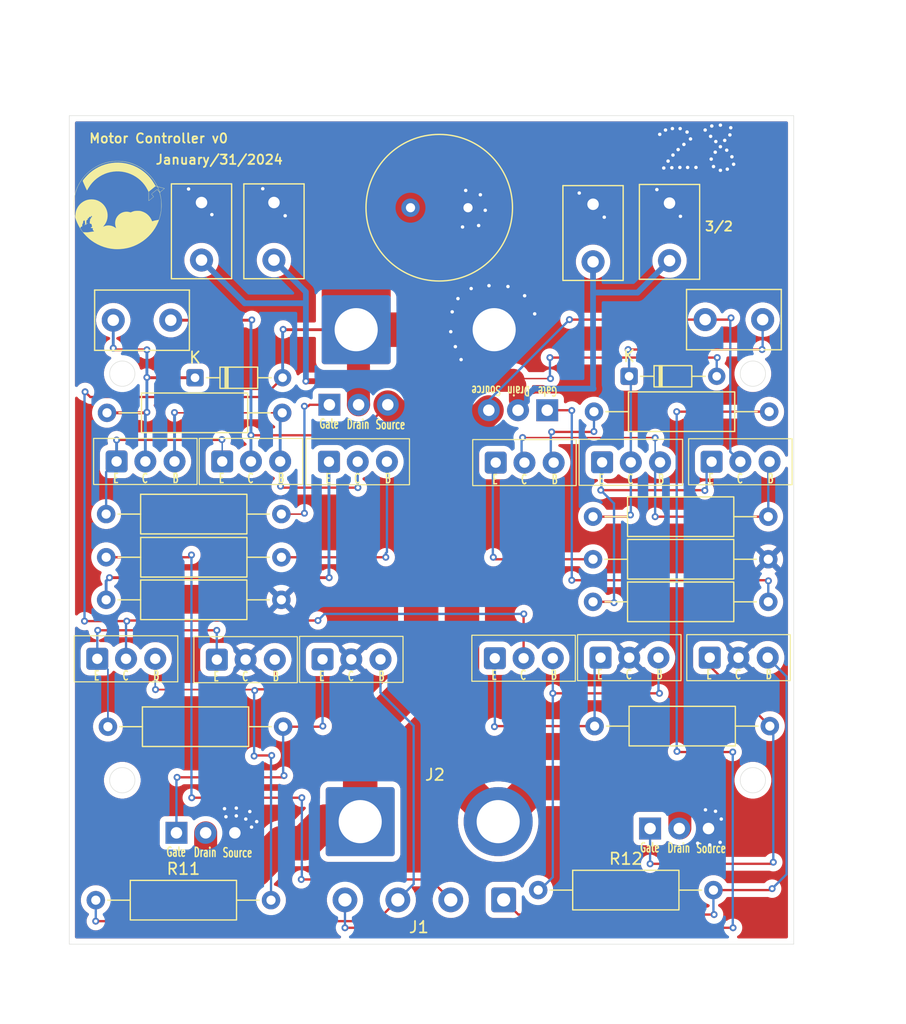
<source format=kicad_pcb>
(kicad_pcb (version 20241229) (generator "pcbnew") (generator_version "9.0")
  (layers (0 "F.Cu" signal "Front") (4 "In1.Cu" signal) (6 "In2.Cu" signal) (2 "B.Cu" signal "Back") (13 "F.Paste" user) (15 "B.Paste" user) (5 "F.SilkS" user) (7 "B.SilkS" user) (1 "F.Mask" user) (3 "B.Mask" user) (25 "Edge.Cuts" user))
  (net 0 "")
  (net 1 "/M1")
  (net 2 "Net-(D1-K)")
  (net 3 "/M2")
  (net 4 "Net-(D2-K)")
  (net 5 "+24V")
  (net 6 "/Vb_L")
  (net 7 "/Vb")
  (net 8 "/Vf_L")
  (net 9 "/Vf")
  (net 10 "GND")
  (net 11 "Net-(Q1-G)")
  (net 12 "Net-(Q2-G)")
  (net 13 "Net-(Q13-E)")
  (net 14 "Net-(Q16-E)")
  (net 15 "Net-(Q5-E)")
  (net 16 "Net-(Q5-B)")
  (net 17 "Net-(Q7-E)")
  (net 18 "Net-(Q7-B)")
  (net 19 "Net-(Q10-B)")
  (net 20 "Net-(Q8-B)")
  (net 21 "Net-(Q8-E)")
  (net 22 "Net-(Q10-E)")
  (net 23 "Net-(Q11-E)")
  (net 24 "Net-(Q14-E)")
  (net 25 "Net-(Q11-B)")
  (net 26 "Net-(Q14-B)")
  (footprint "Resistor_THT:R_Axial_DIN0309_L9.0mm_D3.2mm_P15.24mm_Horizontal" (layer "F.Cu") (at 122.36 76.1)
    (property "Reference" "R9" (hide yes))
    (property "Value" "10")
  )
  (footprint "Resistor_THT:R_Axial_DIN0309_L9.0mm_D3.2mm_P15.24mm_Horizontal" (layer "F.Cu") (at 164.55 61.55)
    (property "Reference" "R7" (hide yes))
    (property "Value" "100")
  )
  (footprint "Resistor_THT:R_Axial_DIN0309_L9.0mm_D3.2mm_P15.24mm_Horizontal" (layer "F.Cu") (at 164.55 65.25)
    (property "Reference" "R8" (hide yes))
    (property "Value" "10")
  )
  (footprint "IRLZ44N:Transistor" (layer "F.Cu") (at 125.615 53.05)
    (property "Reference" "Q5" (hide yes))
    (property "Value" "NPN")
  )
  (footprint "IRLZ44N:Transistor" (layer "F.Cu") (at 177.2 70.1)
    (property "Reference" "Q16" (hide yes))
    (property "Value" "PNP")
  )
  (footprint "Capacitor_THT:C_Disc_D8.0mm_W5.0mm_P5.00mm" (layer "F.Cu") (at 171.2 30.6 -90)
    (property "Reference" "C7" (hide yes))
    (property "Value" "4.7uF")
  )
  (footprint "Resistor_THT:R_Axial_DIN0309_L9.0mm_D3.2mm_P15.24mm_Horizontal" (layer "F.Cu") (at 164.55 57.85)
    (property "Reference" "R6" (hide yes))
    (property "Value" "2k")
  )
  (footprint "IRLZ44N:Transistor" (layer "F.Cu") (at 167.7 70.1)
    (property "Reference" "Q15" (hide yes))
    (property "Value" "PNP")
  )
  (footprint "IRLZ44N:Transistor" (layer "F.Cu") (at 167.835 53.125)
    (property "Reference" "Q9" (hide yes))
    (property "Value" "NPN")
  )
  (footprint "IRLZ44N:Transistor" (layer "F.Cu") (at 134.335 70.275)
    (property "Reference" "Q12" (hide yes))
    (property "Value" "PNP")
  )
  (footprint "Capacitor_THT:C_Disc_D8.0mm_W5.0mm_P5.00mm" (layer "F.Cu") (at 130.5 30.55 -90)
    (property "Reference" "C5" (hide yes))
    (property "Value" "100n")
  )
  (footprint "Capacitor_THT:C_Disc_D8.0mm_W5.0mm_P5.00mm" (layer "F.Cu") (at 136.8 35.55 90)
    (property "Reference" "C4" (hide yes))
    (property "Value" "100n")
  )
  (footprint "IRLZ44N:Transistor" (layer "F.Cu") (at 134.8 53.05)
    (property "Reference" "Q6" (hide yes))
    (property "Value" "PNP")
  )
  (footprint "IRLZ44N:MOSFET" (layer "F.Cu") (at 172.05 84.95)
    (property "Reference" "Q4" (hide yes))
    (property "Value" "NMOS")
  )
  (footprint "Resistor_THT:R_Axial_DIN0309_L9.0mm_D3.2mm_P15.24mm_Horizontal" (layer "F.Cu") (at 179.87 48.725 180)
    (property "Reference" "R5" (hide yes))
    (property "Value" "1k")
  )
  (footprint "IRLZ44N:Transistor" (layer "F.Cu") (at 123.935 70.2)
    (property "Reference" "Q11" (hide yes))
    (property "Value" "NPN")
  )
  (footprint "IRLZ44N:MOSFET" (layer "F.Cu") (at 130.86 85.325)
    (property "Reference" "Q3" (hide yes))
    (property "Value" "NMOS")
  )
  (footprint "IRLZ44N:MOSFET" (layer "F.Cu") (at 144.16 48.125)
    (property "Reference" "Q1" (hide yes))
    (property "Value" "NMOS")
  )
  (footprint "Capacitor_THT:C_Disc_D8.0mm_W5.0mm_P5.00mm" (layer "F.Cu") (at 179.3 40.725 180)
    (property "Reference" "C2" (hide yes))
    (property "Value" "100n")
  )
  (footprint "IRLZ44N:Transistor" (layer "F.Cu") (at 143.525 70.25)
    (property "Reference" "Q13" (hide yes))
    (property "Value" "PNP")
  )
  (footprint "Connector_Wire:SolderWire-4sqmm_1x02_P12mm_D3mm_OD6mm" (layer "F.Cu") (at 143.95 41.6)
    (property "Reference" "J3" (hide yes))
    (property "Value" "Conn_01x02")
  )
  (footprint "Resistor_THT:R_Axial_DIN0309_L9.0mm_D3.2mm_P15.24mm_Horizontal" (layer "F.Cu") (at 122.205 57.625)
    (property "Reference" "R2" (hide yes))
    (property "Value" "10")
  )
  (footprint "IRLZ44N:Transistor" (layer "F.Cu") (at 158.585 53.15)
    (property "Reference" "Q8" (hide yes))
    (property "Value" "NPN")
  )
  (footprint "Resistor_THT:R_Axial_DIN0309_L9.0mm_D3.2mm_P15.24mm_Horizontal" (layer "F.Cu") (at 122.21 61.375)
    (property "Reference" "R3" (hide yes))
    (property "Value" "1k")
  )
  (footprint "Connector_Wire:SolderWire-0.5sqmm_1x04_P4.6mm_D0.9mm_OD2.1mm" (layer "F.Cu") (at 156.775 91.15 180)
    (property "Reference" "J1")
    (property "Value" "Conn_01x04")
  )
  (footprint "LOGO" (layer "F.Cu") (at 123.875 30.325)
    (property "Reference" "G***" (hide yes))
    (property "Value" "LOGO" (hide yes))
  )
  (footprint "Diode_THT:D_DO-34_SOD68_P7.62mm_Horizontal" (layer "F.Cu") (at 167.685 45.65)
    (property "Reference" "D2" (hide yes))
    (property "Value" "D")
  )
  (footprint "Capacitor_THT:C_Disc_D8.0mm_W5.0mm_P5.00mm" (layer "F.Cu") (at 164.55 35.7 90)
    (property "Reference" "C6" (hide yes))
    (property "Value" "4.7uF")
  )
  (footprint "Capacitor_THT:C_Radial_D12.5mm_H25.0mm_P5.00mm" (layer "F.Cu") (at 148.675 31)
    (property "Reference" "C3" (hide yes))
    (property "Value" "470uF")
  )
  (footprint "IRLZ44N:Transistor" (layer "F.Cu") (at 158.51 70.15)
    (property "Reference" "Q14" (hide yes))
    (property "Value" "NPN")
  )
  (footprint "Resistor_THT:R_Axial_DIN0309_L9.0mm_D3.2mm_P15.24mm_Horizontal" (layer "F.Cu") (at 122.28 48.825)
    (property "Reference" "R1" (hide yes))
    (property "Value" "2k")
  )
  (footprint "Connector_Wire:SolderWire-4sqmm_1x02_P12mm_D3mm_OD6mm" (layer "F.Cu") (at 144.3 84.35)
    (property "Reference" "J2")
    (property "Value" "Conn_01x02")
  )
  (footprint "Diode_THT:D_DO-34_SOD68_P7.62mm_Horizontal" (layer "F.Cu") (at 129.935 45.775)
    (property "Reference" "D1" (hide yes))
    (property "Value" "D")
  )
  (footprint "Resistor_THT:R_Axial_DIN0309_L9.0mm_D3.2mm_P15.24mm_Horizontal" (layer "F.Cu") (at 164.685 76.05)
    (property "Reference" "R10" (hide yes))
    (property "Value" "10")
  )
  (footprint "IRLZ44N:Transistor" (layer "F.Cu") (at 177.36 53.075)
    (property "Reference" "Q10" (hide yes))
    (property "Value" "PNP")
  )
  (footprint "IRLZ44N:Transistor" (layer "F.Cu") (at 144.085 53.075)
    (property "Reference" "Q7" (hide yes))
    (property "Value" "NPN")
  )
  (footprint "Resistor_THT:R_Axial_DIN0309_L9.0mm_D3.2mm_P15.24mm_Horizontal" (layer "F.Cu") (at 122.205 65.075)
    (property "Reference" "R4" (hide yes))
    (property "Value" "100")
  )
  (footprint "IRLZ44N:MOSFET" (layer "F.Cu") (at 158.025 48.6 180)
    (property "Reference" "Q2" (hide yes))
    (property "Value" "NMOS")
  )
  (footprint "Capacitor_THT:C_Disc_D8.0mm_W5.0mm_P5.00mm" (layer "F.Cu") (at 122.825 40.775)
    (property "Reference" "C1" (hide yes))
    (property "Value" "100n")
  )
  (footprint "Resistor_THT:R_Axial_DIN0309_L9.0mm_D3.2mm_P15.24mm_Horizontal" (layer "F.Cu") (at 159.78 90.3)
    (property "Reference" "R12")
    (property "Value" "1k")
  )
  (footprint "Resistor_THT:R_Axial_DIN0309_L9.0mm_D3.2mm_P15.24mm_Horizontal" (layer "F.Cu") (at 121.305 91.175)
    (property "Reference" "R11")
    (property "Value" "1k")
  )
  (gr_line (start 119 23) (end 119 95) (stroke (width 0.0381)) (layer "Edge.Cuts"))
  (gr_line (start 182 95) (end 182 23) (stroke (width 0.0381)) (layer "Edge.Cuts"))
  (gr_circle (center 123.61 80.75) (end 124.71 80.75) (stroke (width 0.0381)) (fill no) (layer "Edge.Cuts"))
  (gr_line (start 182 23) (end 119 23) (stroke (width 0.0381)) (layer "Edge.Cuts"))
  (gr_circle (center 178.45 80.75) (end 179.55 80.75) (stroke (width 0.0381)) (fill no) (layer "Edge.Cuts"))
  (gr_circle (center 178.45 45.42) (end 179.55 45.42) (stroke (width 0.0381)) (fill no) (layer "Edge.Cuts"))
  (gr_line (start 119 95) (end 182 95) (stroke (width 0.0381)) (layer "Edge.Cuts"))
  (gr_circle (center 123.61 45.42) (end 124.71 45.42) (stroke (width 0.0381)) (fill no) (layer "Edge.Cuts"))
  (gr_text "January/31/2024" (at 126.425 27.3 0) (layer "F.SilkS") (effects (font (size 0.8128 0.8128) (thickness 0.1524) (bold yes)) (justify left bottom)))
  (gr_text "Motor Controller v0" (at 120.65 25.45 0) (layer "F.SilkS") (effects (font (size 0.8128 0.8128) (thickness 0.1524) (bold yes)) (justify left bottom)))
  (gr_text "3/2\n" (at 174.2 33.1 0) (layer "F.SilkS") (effects (font (size 0.8128 0.8128) (thickness 0.1524) (bold yes)) (justify left bottom)))
  (segment (start 146.7 48.125) (end 149.575 51) (width 2.5) (layer "F.Cu") (net 1))
  (segment (start 144.3 77.125) (end 144.3 84.35) (width 3) (layer "F.Cu") (net 1))
  (segment (start 127.825 40.775) (end 134.85 40.775) (width 0.25) (layer "F.Cu") (net 1))
  (segment (start 144.05 50.775) (end 146.7 48.125) (width 0.2) (layer "F.Cu") (net 1))
  (segment (start 130.86 85.325) (end 130.86 88.39) (width 2) (layer "F.Cu") (net 1))
  (segment (start 134.8 50.775) (end 144.05 50.775) (width 0.2) (layer "F.Cu") (net 1))
  (segment (start 149.575 51) (end 149.6 51.025) (width 3) (layer "F.Cu") (net 1))
  (segment (start 137.475 86.225) (end 135.175 88.525) (width 3) (layer "F.Cu") (net 1))
  (segment (start 139.4 86.225) (end 137.475 86.225) (width 3) (layer "F.Cu") (net 1))
  (segment (start 141.275 84.35) (end 139.4 86.225) (width 3) (layer "F.Cu") (net 1))
  (segment (start 130.85 88.4) (end 130.975 88.525) (width 0.15) (layer "F.Cu") (net 1))
  (segment (start 135.175 88.525) (end 130.975 88.525) (width 3) (layer "F.Cu") (net 1))
  (segment (start 149.6 71.825) (end 144.3 77.125) (width 3) (layer "F.Cu") (net 1))
  (segment (start 130.86 88.39) (end 130.85 88.4) (width 0.15) (layer "F.Cu") (net 1))
  (segment (start 149.6 51.025) (end 149.6 71.825) (width 3) (layer "F.Cu") (net 1))
  (segment (start 134.85 40.775) (end 134.875 40.75) (width 0.127) (layer "F.Cu") (net 1))
  (segment (start 144.3 84.35) (end 141.275 84.35) (width 3) (layer "F.Cu") (net 1))
  (via (at 134.8 50.775) (size 0.6) (drill 0.3) (layers "F.Cu" "B.Cu") (net 1))
  (via (at 134.875 40.75) (size 0.6) (drill 0.3) (layers "F.Cu" "B.Cu") (net 1))
  (segment (start 134.875 40.75) (end 134.8 40.825) (width 0.127) (layer "B.Cu") (net 1))
  (segment (start 134.8 40.825) (end 134.8 53.05) (width 0.25) (layer "B.Cu") (net 1))
  (segment (start 125.75 48.775) (end 125.7 48.825) (width 0.127) (layer "F.Cu") (net 2))
  (segment (start 122.825 43.2) (end 122.975 43.35) (width 0.127) (layer "F.Cu") (net 2))
  (segment (start 129.935 45.775) (end 125.775 45.775) (width 0.25) (layer "F.Cu") (net 2))
  (segment (start 125.775 45.775) (end 125.75 45.75) (width 0.127) (layer "F.Cu") (net 2))
  (segment (start 125.7 48.825) (end 122.28 48.825) (width 0.25) (layer "F.Cu") (net 2))
  (segment (start 122.975 43.35) (end 125.75 43.35) (width 0.25) (layer "F.Cu") (net 2))
  (via (at 125.75 48.775) (size 0.6) (drill 0.3) (layers "F.Cu" "B.Cu") (net 2))
  (via (at 125.75 43.35) (size 0.6) (drill 0.3) (layers "F.Cu" "B.Cu") (net 2))
  (via (at 125.75 45.75) (size 0.6) (drill 0.3) (layers "F.Cu" "B.Cu") (net 2))
  (via (at 122.825 43.2) (size 0.6) (drill 0.3) (layers "F.Cu" "B.Cu") (net 2))
  (segment (start 125.615 53.05) (end 125.615 48.91) (width 0.25) (layer "B.Cu") (net 2))
  (segment (start 125.615 48.91) (end 125.75 48.775) (width 0.127) (layer "B.Cu") (net 2))
  (segment (start 122.825 40.775) (end 122.825 43.2) (width 0.25) (layer "B.Cu") (net 2))
  (segment (start 125.75 45.75) (end 125.75 48.775) (width 0.25) (layer "B.Cu") (net 2))
  (segment (start 125.75 43.35) (end 125.75 45.75) (width 0.25) (layer "B.Cu") (net 2))
  (segment (start 153.1 50.985) (end 153.15 51.035) (width 3) (layer "F.Cu") (net 3))
  (segment (start 153.1 81.15) (end 156.3 84.35) (width 3) (layer "F.Cu") (net 3))
  (segment (start 159.65 81) (end 172.1 81) (width 3) (layer "F.Cu") (net 3))
  (segment (start 155.485 48.6) (end 153.1 50.985) (width 2.6) (layer "F.Cu") (net 3))
  (segment (start 174.3 40.725) (end 162.5 40.725) (width 0.2) (layer "F.Cu") (net 3))
  (segment (start 156.3 84.35) (end 159.65 81) (width 3) (layer "F.Cu") (net 3))
  (segment (start 153.15 81.1) (end 153.1 81.15) (width 3) (layer "F.Cu") (net 3))
  (segment (start 172.1 81) (end 172.1 84.9) (width 2) (layer "F.Cu") (net 3))
  (segment (start 172.1 84.9) (end 172.05 84.95) (width 0.127) (layer "F.Cu") (net 3))
  (segment (start 176.4 40.725) (end 174.3 40.725) (width 0.2) (layer "F.Cu") (net 3))
  (segment (start 176.55 40.575) (end 176.4 40.725) (width 0.127) (layer "F.Cu") (net 3))
  (segment (start 153.15 51.035) (end 153.15 81.1) (width 3) (layer "F.Cu") (net 3))
  (via (at 176.55 40.575) (size 0.6) (drill 0.3) (layers "F.Cu" "B.Cu") (net 3))
  (via (at 162.5 40.725) (size 0.6) (drill 0.3) (layers "F.Cu" "B.Cu") (net 3))
  (segment (start 162.5 40.725) (end 155.485 47.74) (width 0.2) (layer "B.Cu") (net 3))
  (segment (start 176.485 52.2) (end 176.485 40.64) (width 0.2) (layer "B.Cu") (net 3))
  (segment (start 176.485 40.64) (end 176.55 40.575) (width 0.127) (layer "B.Cu") (net 3))
  (segment (start 155.485 47.74) (end 155.485 48.6) (width 0.2) (layer "B.Cu") (net 3))
  (segment (start 177.36 53.075) (end 176.485 52.2) (width 0.2) (layer "B.Cu") (net 3))
  (segment (start 167.65 57.85) (end 164.55 57.85) (width 0.2) (layer "F.Cu") (net 4))
  (segment (start 179.25 43.325) (end 167.6 43.325) (width 0.2) (layer "F.Cu") (net 4))
  (segment (start 167.8 57.7) (end 167.65 57.85) (width 0.2) (layer "F.Cu") (net 4))
  (via (at 167.6 43.325) (size 0.6) (drill 0.3) (layers "F.Cu" "B.Cu") (net 4))
  (via (at 179.25 43.325) (size 0.6) (drill 0.3) (layers "F.Cu" "B.Cu") (net 4))
  (via (at 167.8 57.7) (size 0.6) (drill 0.3) (layers "F.Cu" "B.Cu") (net 4))
  (segment (start 167.81 53.1) (end 167.835 53.125) (width 0.2) (layer "B.Cu") (net 4))
  (segment (start 167.835 53.125) (end 167.835 57.665) (width 0.2) (layer "B.Cu") (net 4))
  (segment (start 179.3 40.725) (end 179.3 43.275) (width 0.2) (layer "B.Cu") (net 4))
  (segment (start 167.835 53.125) (end 167.835 45.8) (width 0.2) (layer "B.Cu") (net 4))
  (segment (start 167.835 57.665) (end 167.8 57.7) (width 0.2) (layer "B.Cu") (net 4))
  (segment (start 167.6 43.325) (end 167.685 43.41) (width 0.127) (layer "B.Cu") (net 4))
  (segment (start 167.835 45.8) (end 167.685 45.65) (width 0.127) (layer "B.Cu") (net 4))
  (segment (start 167.685 43.41) (end 167.685 45.65) (width 0.2) (layer "B.Cu") (net 4))
  (segment (start 167.41 53.1) (end 167.81 53.1) (width 0.2) (layer "B.Cu") (net 4))
  (segment (start 179.3 43.275) (end 179.25 43.325) (width 0.127) (layer "B.Cu") (net 4))
  (segment (start 124 66.925) (end 120.325 66.925) (width 0.2) (layer "F.Cu") (net 5))
  (segment (start 158.51 66.315) (end 158.525 66.3) (width 0.15) (layer "F.Cu") (net 5))
  (segment (start 144.15 48.115) (end 144.16 48.125) (width 2) (layer "F.Cu") (net 5))
  (segment (start 148.925 46) (end 148.925 42.2) (width 2.7) (layer "F.Cu") (net 5))
  (segment (start 120.825 47.45) (end 120.375 47) (width 0.2) (layer "F.Cu") (net 5))
  (segment (start 157.985 46.385) (end 157.6 46) (width 1.5) (layer "F.Cu") (net 5))
  (segment (start 157.75 45.85) (end 157.6 46) (width 0.127) (layer "F.Cu") (net 5))
  (segment (start 143.95 30.975) (end 143.95 41.6) (width 6) (layer "F.Cu") (net 5))
  (segment (start 143.95 41.6) (end 144.15 41.8) (width 2) (layer "F.Cu") (net 5))
  (segment (start 144.15 46.65) (end 144.15 48.115) (width 2) (layer "F.Cu") (net 5))
  (segment (start 137.625 41.6) (end 137.6 41.575) (width 0.127) (layer "F.Cu") (net 5))
  (segment (start 140.625 66.875) (end 124.05 66.875) (width 0.2) (layer "F.Cu") (net 5))
  (segment (start 144.15 45.6) (end 144.15 46.65) (width 2) (layer "F.Cu") (net 5))
  (segment (start 139.575 46.075) (end 143.575 46.075) (width 0.5) (layer "F.Cu") (net 5))
  (segment (start 160.85 45.85) (end 157.75 45.85) (width 0.127) (layer "F.Cu") (net 5))
  (segment (start 135.88 47.45) (end 120.825 47.45) (width 0.2) (layer "F.Cu") (net 5))
  (segment (start 137.555 45.775) (end 135.88 47.45) (width 0.2) (layer "F.Cu") (net 5))
  (segment (start 157.985 47.725) (end 157.985 46.385) (width 1.5) (layer "F.Cu") (net 5))
  (segment (start 143.575 46.075) (end 144.15 46.65) (width 0.15) (layer "F.Cu") (net 5))
  (segment (start 143.95 41.6) (end 137.625 41.6) (width 0.25) (layer "F.Cu") (net 5))
  (segment (start 144.15 41.8) (end 144.15 45.6) (width 2) (layer "F.Cu") (net 5))
  (segment (start 148.325 41.6) (end 143.95 41.6) (width 3) (layer "F.Cu") (net 5))
  (segment (start 158.51 70.15) (end 158.51 66.315) (width 0.2) (layer "F.Cu") (net 5))
  (segment (start 148.675 31) (end 143.975 31) (width 6) (layer "F.Cu") (net 5))
  (segment (start 157.6 46) (end 148.925 46) (width 2) (layer "F.Cu") (net 5))
  (segment (start 175.35 44.025) (end 160.8 44.025) (width 0.2) (layer "F.Cu") (net 5))
  (segment (start 120.375 47) (end 120.471 47.096) (width 0.15) (layer "F.Cu") (net 5))
  (segment (start 124.05 66.875) (end 124 66.925) (width 0.15) (layer "F.Cu") (net 5))
  (segment (start 148.925 42.2) (end 148.325 41.6) (width 3) (layer "F.Cu") (net 5))
  (segment (start 143.975 31) (end 143.95 30.975) (width 0.15) (layer "F.Cu") (net 5))
  (via (at 175.35 44.025) (size 0.6) (drill 0.3) (layers "F.Cu" "B.Cu") (net 5))
  (via (at 158.525 66.3) (size 0.6) (drill 0.3) (layers "F.Cu" "B.Cu") (net 5))
  (via (at 120.375 47) (size 0.6) (drill 0.3) (layers "F.Cu" "B.Cu") (net 5))
  (via (at 160.8 44.025) (size 0.6) (drill 0.3) (layers "F.Cu" "B.Cu") (net 5))
  (via (at 140.625 66.875) (size 0.6) (drill 0.3) (layers "F.Cu" "B.Cu") (net 5))
  (via (at 139.575 46.075) (size 0.6) (drill 0.3) (layers "F.Cu" "B.Cu") (net 5))
  (via (at 124 66.925) (size 0.6) (drill 0.3) (layers "F.Cu" "B.Cu") (net 5))
  (via (at 137.6 41.575) (size 0.6) (drill 0.3) (layers "F.Cu" "B.Cu") (net 5))
  (via (at 120.325 66.925) (size 0.6) (drill 0.3) (layers "F.Cu" "B.Cu") (net 5))
  (via (at 160.85 45.85) (size 0.6) (drill 0.3) (layers "F.Cu" "B.Cu") (net 5))
  (segment (start 164.55 38.375) (end 164.55 46.675) (width 0.5) (layer "B.Cu") (net 5))
  (segment (start 141.2 66.3) (end 140.625 66.875) (width 0.2) (layer "B.Cu") (net 5))
  (segment (start 175.305 45.65) (end 175.305 44.07) (width 0.2) (layer "B.Cu") (net 5))
  (segment (start 120.325 47.05) (end 120.375 47) (width 0.15) (layer "B.Cu") (net 5))
  (segment (start 139.575 39.3) (end 139.575 46.075) (width 0.5) (layer "B.Cu") (net 5))
  (segment (start 160.8 45.8) (end 160.85 45.85) (width 0.127) (layer "B.Cu") (net 5))
  (segment (start 158.525 66.3) (end 141.2 66.3) (width 0.2) (layer "B.Cu") (net 5))
  (segment (start 130.5 35.55) (end 134.25 39.3) (width 0.5) (layer "B.Cu") (net 5))
  (segment (start 164.55 35.7) (end 164.55 38.375) (width 0.5) (layer "B.Cu") (net 5))
  (segment (start 168.425 38.375) (end 164.55 38.375) (width 0.5) (layer "B.Cu") (net 5))
  (segment (start 158.8 47.35) (end 158.8 47.825) (width 0.5) (layer "B.Cu") (net 5))
  (segment (start 139.575 38.325) (end 139.575 39.3) (width 0.5) (layer "B.Cu") (net 5))
  (segment (start 159.525 46.725) (end 159.475 46.675) (width 0.15) (layer "B.Cu") (net 5))
  (segment (start 175.305 44.07) (end 175.35 44.025) (width 0.127) (layer "B.Cu") (net 5))
  (segment (start 164.6 46.725) (end 159.525 46.725) (width 0.5) (layer "B.Cu") (net 5))
  (segment (start 134.25 39.3) (end 139.575 39.3) (width 0.5) (layer "B.Cu") (net 5))
  (segment (start 137.555 41.62) (end 137.555 45.775) (width 0.25) (layer "B.Cu") (net 5))
  (segment (start 171.2 35.6) (end 168.425 38.375) (width 0.5) (layer "B.Cu") (net 5))
  (segment (start 120.325 66.925) (end 120.325 47.05) (width 0.2) (layer "B.Cu") (net 5))
  (segment (start 137.6 41.575) (end 137.555 41.62) (width 0.127) (layer "B.Cu") (net 5))
  (segment (start 123.935 66.99) (end 124 66.925) (width 0.15) (layer "B.Cu") (net 5))
  (segment (start 164.55 46.675) (end 164.6 46.725) (width 0.15) (layer "B.Cu") (net 5))
  (segment (start 123.935 70.2) (end 123.935 66.99) (width 0.2) (layer "B.Cu") (net 5))
  (segment (start 136.8 35.55) (end 139.575 38.325) (width 0.5) (layer "B.Cu") (net 5))
  (segment (start 159.475 46.675) (end 158.8 47.35) (width 0.5) (layer "B.Cu") (net 5))
  (segment (start 158.8 47.825) (end 158.025 48.6) (width 0.5) (layer "B.Cu") (net 5))
  (segment (start 160.8 44.025) (end 160.8 45.8) (width 0.2) (layer "B.Cu") (net 5))
  (segment (start 179.87 48.725) (end 171.825 48.725) (width 0.2) (layer "F.Cu") (net 6))
  (segment (start 176.725 93.575) (end 142.9 93.575) (width 0.2) (layer "F.Cu") (net 6))
  (segment (start 171.9 78.3) (end 176.7 78.3) (width 0.2) (layer "F.Cu") (net 6))
  (segment (start 171.85 78.25) (end 171.9 78.3) (width 0.127) (layer "F.Cu") (net 6))
  (segment (start 142.9 93.575) (end 142.975 93.575) (width 0.127) (layer "F.Cu") (net 6))
  (via (at 176.725 93.575) (size 0.6) (drill 0.3) (layers "F.Cu" "B.Cu") (net 6))
  (via (at 176.7 78.3) (size 0.6) (drill 0.3) (layers "F.Cu" "B.Cu") (net 6))
  (via (at 142.975 93.575) (size 0.6) (drill 0.3) (layers "F.Cu" "B.Cu") (net 6))
  (via (at 171.825 48.725) (size 0.6) (drill 0.3) (layers "F.Cu" "B.Cu") (net 6))
  (via (at 171.85 78.25) (size 0.6) (drill 0.3) (layers "F.Cu" "B.Cu") (net 6))
  (segment (start 176.7 93.55) (end 176.725 93.575) (width 0.127) (layer "B.Cu") (net 6))
  (segment (start 176.7 78.3) (end 176.7 93.55) (width 0.2) (layer "B.Cu") (net 6))
  (segment (start 142.975 93.575) (end 142.975 91.15) (width 0.2) (layer "B.Cu") (net 6))
  (segment (start 171.825 48.725) (end 171.825 78.225) (width 0.2) (layer "B.Cu") (net 6))
  (segment (start 171.825 78.225) (end 171.85 78.25) (width 0.127) (layer "B.Cu") (net 6))
  (segment (start 121.3 93) (end 145.725 93) (width 0.2) (layer "F.Cu") (net 7))
  (segment (start 145.725 93) (end 147.575 91.15) (width 0.2) (layer "F.Cu") (net 7))
  (via (at 121.3 93) (size 0.6) (drill 0.3) (layers "F.Cu" "B.Cu") (net 7))
  (segment (start 121.305 91.175) (end 121.305 92.995) (width 0.2) (layer "B.Cu") (net 7))
  (segment (start 148.95 76.025) (end 148.95 89.775) (width 0.2) (layer "B.Cu") (net 7))
  (segment (start 121.305 92.995) (end 121.3 93) (width 0.15) (layer "B.Cu") (net 7))
  (segment (start 148.95 89.775) (end 147.575 91.15) (width 0.2) (layer "B.Cu") (net 7))
  (segment (start 146.065 70.25) (end 146.065 73.14) (width 0.2) (layer "B.Cu") (net 7))
  (segment (start 146.065 73.14) (end 148.95 76.025) (width 0.2) (layer "B.Cu") (net 7))
  (segment (start 129.65 82.275) (end 139.225 82.275) (width 0.2) (layer "F.Cu") (net 8))
  (segment (start 122.21 61.375) (end 129.425 61.375) (width 0.2) (layer "F.Cu") (net 8))
  (segment (start 139.175 89.375) (end 150.4 89.375) (width 0.2) (layer "F.Cu") (net 8))
  (segment (start 150.4 89.375) (end 152.175 91.15) (width 0.2) (layer "F.Cu") (net 8))
  (segment (start 129.425 61.375) (end 129.625 61.175) (width 0.2) (layer "F.Cu") (net 8))
  (via (at 129.65 82.275) (size 0.6) (drill 0.3) (layers "F.Cu" "B.Cu") (net 8))
  (via (at 139.175 89.375) (size 0.6) (drill 0.3) (layers "F.Cu" "B.Cu") (net 8))
  (via (at 139.225 82.275) (size 0.6) (drill 0.3) (layers "F.Cu" "B.Cu") (net 8))
  (via (at 129.625 61.175) (size 0.6) (drill 0.3) (layers "F.Cu" "B.Cu") (net 8))
  (segment (start 139.225 82.275) (end 139.225 89.325) (width 0.2) (layer "B.Cu") (net 8))
  (segment (start 139.225 89.325) (end 139.175 89.375) (width 0.127) (layer "B.Cu") (net 8))
  (segment (start 129.625 82.25) (end 129.65 82.275) (width 0.127) (layer "B.Cu") (net 8))
  (segment (start 129.625 61.175) (end 129.625 82.25) (width 0.2) (layer "B.Cu") (net 8))
  (segment (start 158.05 92.425) (end 175.075 92.425) (width 0.2) (layer "F.Cu") (net 9))
  (segment (start 180 90.3) (end 180.125 90.175) (width 0.2) (layer "F.Cu") (net 9))
  (segment (start 156.775 91.15) (end 158.05 92.425) (width 0.2) (layer "F.Cu") (net 9))
  (segment (start 175.02 90.3) (end 180 90.3) (width 0.2) (layer "F.Cu") (net 9))
  (via (at 175.075 92.425) (size 0.6) (drill 0.3) (layers "F.Cu" "B.Cu") (net 9))
  (via (at 180.125 90.175) (size 0.6) (drill 0.3) (layers "F.Cu" "B.Cu") (net 9))
  (segment (start 181.375 88.925) (end 181.375 71.735) (width 0.2) (layer "B.Cu") (net 9))
  (segment (start 175.075 92.425) (end 175.02 92.37) (width 0.15) (layer "B.Cu") (net 9))
  (segment (start 181.375 71.735) (end 179.74 70.1) (width 0.2) (layer "B.Cu") (net 9))
  (segment (start 175.02 92.37) (end 175.02 90.3) (width 0.2) (layer "B.Cu") (net 9))
  (segment (start 180.125 90.175) (end 181.375 88.925) (width 0.2) (layer "B.Cu") (net 9))
  (via (at 172.15 31.75) (size 0.6) (drill 0.3) (layers "F.Cu" "B.Cu") (net 10))
  (via (at 135.3 84.35) (size 0.6) (drill 0.3) (layers "F.Cu" "B.Cu") (net 10))
  (via (at 155.175 31.225) (size 0.6) (drill 0.3) (layers "F.Cu" "B.Cu") (net 10))
  (via (at 155.5 37.775) (size 0.6) (drill 0.3) (layers "F.Cu" "B.Cu") (net 10))
  (via (at 170.1 29.425) (size 0.6) (drill 0.3) (layers "F.Cu" "B.Cu") (net 10))
  (via (at 174.7 86.375) (size 0.6) (drill 0.3) (layers "F.Cu" "B.Cu") (net 10))
  (via (at 170.7 27.55) (size 0.6) (drill 0.3) (layers "F.Cu" "B.Cu") (net 10))
  (via (at 171.4 27.525) (size 0.6) (drill 0.3) (layers "F.Cu" "B.Cu") (net 10))
  (via (at 172.45 25.5) (size 0.6) (drill 0.3) (layers "F.Cu" "B.Cu") (net 10))
  (via (at 174.3 24.25) (size 0.6) (drill 0.3) (layers "F.Cu" "B.Cu") (net 10))
  (via (at 172.125 24.125) (size 0.6) (drill 0.3) (layers "F.Cu" "B.Cu") (net 10))
  (via (at 153.075 44.2) (size 0.6) (drill 0.3) (layers "F.Cu" "B.Cu") (net 10))
  (via (at 171.45 24.125) (size 0.6) (drill 0.3) (layers "F.Cu" "B.Cu") (net 10))
  (via (at 159.475 40.225) (size 0.6) (drill 0.3) (layers "F.Cu" "B.Cu") (net 10))
  (via (at 176.625 26.575) (size 0.6) (drill 0.3) (layers "F.Cu" "B.Cu") (net 10))
  (via (at 133.525 83.85) (size 0.6) (drill 0.3) (layers "F.Cu" "B.Cu") (net 10))
  (via (at 171.075 26.95) (size 0.6) (drill 0.3) (layers "F.Cu" "B.Cu") (net 10))
  (via (at 176.175 26) (size 0.6) (drill 0.3) (layers "F.Cu" "B.Cu") (net 10))
  (via (at 174.875 23.9) (size 0.6) (drill 0.3) (layers "F.Cu" "B.Cu") (net 10))
  (via (at 134.35 84.125) (size 0.6) (drill 0.3) (layers "F.Cu" "B.Cu") (net 10))
  (via (at 173.65 86.225) (size 0.6) (drill 0.3) (layers "F.Cu" "B.Cu") (net 10))
  (via (at 175.625 27.75) (size 0.6) (drill 0.3) (layers "F.Cu" "B.Cu") (net 10))
  (via (at 170.35 24.625) (size 0.6) (drill 0.3) (layers "F.Cu" "B.Cu") (net 10))
  (via (at 170.85 24.25) (size 0.6) (drill 0.3) (layers "F.Cu" "B.Cu") (net 10))
  (via (at 175.025 27.425) (size 0.6) (drill 0.3) (layers "F.Cu" "B.Cu") (net 10))
  (via (at 153.95 38.025) (size 0.6) (drill 0.3) (layers "F.Cu" "B.Cu") (net 10))
  (via (at 152.575 43.075) (size 0.6) (drill 0.3) (layers "F.Cu" "B.Cu") (net 10))
  (via (at 131.4 31.6) (size 0.6) (drill 0.3) (layers "F.Cu" "B.Cu") (net 10))
  (via (at 129.375 29.375) (size 0.6) (drill 0.3) (layers "F.Cu" "B.Cu") (net 10))
  (via (at 175.6 86.15) (size 0.6) (drill 0.3) (layers "F.Cu" "B.Cu") (net 10))
  (via (at 154.6 32.55) (size 0.6) (drill 0.3) (layers "F.Cu" "B.Cu") (net 10))
  (via (at 176.45 24.675) (size 0.6) (drill 0.3) (layers "F.Cu" "B.Cu") (net 10))
  (via (at 174.325 83.325) (size 0.6) (drill 0.3) (layers "F.Cu" "B.Cu") (net 10))
  (via (at 173.025 25.025) (size 0.6) (drill 0.3) (layers "F.Cu" "B.Cu") (net 10))
  (via (at 175.175 26.175) (size 0.6) (drill 0.3) (layers "F.Cu" "B.Cu") (net 10))
  (via (at 153.2 32.675) (size 0.6) (drill 0.3) (layers "F.Cu" "B.Cu") (net 10))
  (via (at 132.5 83.225) (size 0.6) (drill 0.3) (layers "F.Cu" "B.Cu") (net 10))
  (via (at 176.775 27.225) (size 0.6) (drill 0.3) (layers "F.Cu" "B.Cu") (net 10))
  (via (at 171.5 26.425) (size 0.6) (drill 0.3) (layers "F.Cu" "B.Cu") (net 10))
  (via (at 175.2 83.45) (size 0.6) (drill 0.3) (layers "F.Cu" "B.Cu") (net 10))
  (via (at 175.7 84.125) (size 0.6) (drill 0.3) (layers "F.Cu" "B.Cu") (net 10))
  (via (at 174.825 26.775) (size 0.6) (drill 0.3) (layers "F.Cu" "B.Cu") (net 10))
  (via (at 137.775 31.7) (size 0.6) (drill 0.3) (layers "F.Cu" "B.Cu") (net 10))
  (via (at 176.525 24.05) (size 0.6) (drill 0.3) (layers "F.Cu" "B.Cu") (net 10))
  (via (at 135.825 29.35) (size 0.6) (drill 0.3) (layers "F.Cu" "B.Cu") (net 10))
  (via (at 172.1 27.5) (size 0.6) (drill 0.3) (layers "F.Cu" "B.Cu") (net 10))
  (via (at 133.525 83.175) (size 0.6) (drill 0.3) (layers "F.Cu" "B.Cu") (net 10))
  (via (at 132.625 83.925) (size 0.6) (drill 0.3) (layers "F.Cu" "B.Cu") (net 10))
  (via (at 174.775 24.8) (size 0.6) (drill 0.3) (layers "F.Cu" "B.Cu") (net 10))
  (via (at 176.225 27.65) (size 0.6) (drill 0.3) (layers "F.Cu" "B.Cu") (net 10))
  (via (at 176 25.15) (size 0.6) (drill 0.3) (layers "F.Cu" "B.Cu") (net 10))
  (via (at 175.625 23.825) (size 0.6) (drill 0.3) (layers "F.Cu" "B.Cu") (net 10))
  (via (at 154.75 29.875) (size 0.6) (drill 0.3) (layers "F.Cu" "B.Cu") (net 10))
  (via (at 172.775 27.5) (size 0.6) (drill 0.3) (layers "F.Cu" "B.Cu") (net 10))
  (via (at 153.475 29.5) (size 0.6) (drill 0.3) (layers "F.Cu" "B.Cu") (net 10))
  (via (at 163.35 29.725) (size 0.6) (drill 0.3) (layers "F.Cu" "B.Cu") (net 10))
  (via (at 165.525 31.825) (size 0.6) (drill 0.3) (layers "F.Cu" "B.Cu") (net 10))
  (via (at 171.95 25.95) (size 0.6) (drill 0.3) (layers "F.Cu" "B.Cu") (net 10))
  (via (at 173.5 27.5) (size 0.6) (drill 0.3) (layers "F.Cu" "B.Cu") (net 10))
  (via (at 175.225 25.25) (size 0.6) (drill 0.3) (layers "F.Cu" "B.Cu") (net 10))
  (via (at 134.85 84.825) (size 0.6) (drill 0.3) (layers "F.Cu" "B.Cu") (net 10))
  (via (at 152.8 38.9) (size 0.6) (drill 0.3) (layers "F.Cu" "B.Cu") (net 10))
  (via (at 172.725 24.425) (size 0.6) (drill 0.3) (layers "F.Cu" "B.Cu") (net 10))
  (via (at 152.3 40.05) (size 0.6) (drill 0.3) (layers "F.Cu" "B.Cu") (net 10))
  (via (at 175.625 25.7) (size 0.6) (drill 0.3) (layers "F.Cu" "B.Cu") (net 10))
  (via (at 157.15 37.85) (size 0.6) (drill 0.3) (layers "F.Cu" "B.Cu") (net 10))
  (via (at 152.175 41.775) (size 0.6) (drill 0.3) (layers "F.Cu" "B.Cu") (net 10))
  (via (at 158.6 38.65) (size 0.6) (drill 0.3) (layers "F.Cu" "B.Cu") (net 10))
  (via (at 134.7 83.475) (size 0.6) (drill 0.3) (layers "F.Cu" "B.Cu") (net 10))
  (segment (start 139.45 48.25) (end 139.775 48.25) (width 0.127) (layer "F.Cu") (net 11))
  (segment (start 139.775 48.25) (end 139.9 48.125) (width 0.2) (layer "F.Cu") (net 11))
  (segment (start 137.445 57.625) (end 139.375 57.625) (width 0.127) (layer "F.Cu") (net 11))
  (segment (start 139.9 48.125) (end 141.62 48.125) (width 0.2) (layer "F.Cu") (net 11))
  (segment (start 139.375 57.625) (end 139.45 57.55) (width 0.127) (layer "F.Cu") (net 11))
  (via (at 139.45 48.25) (size 0.6) (drill 0.3) (layers "F.Cu" "B.Cu") (net 11))
  (via (at 139.45 57.55) (size 0.6) (drill 0.3) (layers "F.Cu" "B.Cu") (net 11))
  (segment (start 139.45 57.55) (end 139.45 48.25) (width 0.2) (layer "B.Cu") (net 11))
  (segment (start 160.565 48.6) (end 162.675 48.6) (width 0.2) (layer "F.Cu") (net 12))
  (segment (start 179.75 63.375) (end 179.8 63.425) (width 0.127) (layer "F.Cu") (net 12))
  (segment (start 162.7 63.375) (end 179.75 63.375) (width 0.2) (layer "F.Cu") (net 12))
  (segment (start 162.675 48.6) (end 162.7 48.625) (width 0.127) (layer "F.Cu") (net 12))
  (via (at 179.8 63.425) (size 0.6) (drill 0.3) (layers "F.Cu" "B.Cu") (net 12))
  (via (at 162.7 48.625) (size 0.6) (drill 0.3) (layers "F.Cu" "B.Cu") (net 12))
  (via (at 162.7 63.375) (size 0.6) (drill 0.3) (layers "F.Cu" "B.Cu") (net 12))
  (segment (start 162.7 48.625) (end 162.7 63.375) (width 0.2) (layer "B.Cu") (net 12))
  (segment (start 179.8 63.425) (end 179.79 63.435) (width 0.127) (layer "B.Cu") (net 12))
  (segment (start 179.79 63.435) (end 179.79 65.25) (width 0.2) (layer "B.Cu") (net 12))
  (segment (start 128.375 80.5) (end 137.525 80.5) (width 0.2) (layer "F.Cu") (net 13))
  (segment (start 141 76.1) (end 141.05 76.05) (width 0.15) (layer "F.Cu") (net 13))
  (segment (start 137.525 80.5) (end 137.675 80.35) (width 0.15) (layer "F.Cu") (net 13))
  (segment (start 137.6 76.1) (end 141 76.1) (width 0.2) (layer "F.Cu") (net 13))
  (via (at 141.05 76.05) (size 0.6) (drill 0.3) (layers "F.Cu" "B.Cu") (net 13))
  (via (at 128.375 80.5) (size 0.6) (drill 0.3) (layers "F.Cu" "B.Cu") (net 13))
  (via (at 137.675 80.35) (size 0.6) (drill 0.3) (layers "F.Cu" "B.Cu") (net 13))
  (segment (start 128.32 85.325) (end 128.32 80.555) (width 0.2) (layer "B.Cu") (net 13))
  (segment (start 128.32 80.555) (end 128.375 80.5) (width 0.15) (layer "B.Cu") (net 13))
  (segment (start 137.6 80.275) (end 137.6 76.1) (width 0.2) (layer "B.Cu") (net 13))
  (segment (start 137.675 80.35) (end 137.6 80.275) (width 0.15) (layer "B.Cu") (net 13))
  (segment (start 141.025 76.025) (end 141.025 70.25) (width 0.2) (layer "B.Cu") (net 13))
  (segment (start 141.05 76.05) (end 141.025 76.025) (width 0.15) (layer "B.Cu") (net 13))
  (segment (start 180.085 88.015) (end 180.225 87.875) (width 0.15) (layer "F.Cu") (net 14))
  (segment (start 174.7 70.825) (end 174.7 70.1) (width 0.15) (layer "F.Cu") (net 14))
  (segment (start 179.925 76.05) (end 174.7 70.825) (width 0.2) (layer "F.Cu") (net 14))
  (segment (start 169.51 88.015) (end 180.085 88.015) (width 0.2) (layer "F.Cu") (net 14))
  (via (at 169.51 88.015) (size 0.6) (drill 0.3) (layers "F.Cu" "B.Cu") (net 14))
  (via (at 180.225 87.875) (size 0.6) (drill 0.3) (layers "F.Cu" "B.Cu") (net 14))
  (segment (start 169.475 88.05) (end 169.51 88.015) (width 0.15) (layer "B.Cu") (net 14))
  (segment (start 169.51 84.95) (end 169.51 88.015) (width 0.2) (layer "B.Cu") (net 14))
  (segment (start 180.225 76.35) (end 179.925 76.05) (width 0.15) (layer "B.Cu") (net 14))
  (segment (start 180.225 87.875) (end 180.225 76.35) (width 0.2) (layer "B.Cu") (net 14))
  (segment (start 123.115 51.19) (end 123.155 51.15) (width 0.127) (layer "F.Cu") (net 15))
  (segment (start 123.155 51.15) (end 132.275 51.15) (width 0.25) (layer "F.Cu") (net 15))
  (via (at 123.115 51.19) (size 0.6) (drill 0.3) (layers "F.Cu" "B.Cu") (net 15))
  (via (at 132.275 51.15) (size 0.6) (drill 0.3) (layers "F.Cu" "B.Cu") (net 15))
  (segment (start 123.115 53.05) (end 123.115 51.19) (width 0.25) (layer "B.Cu") (net 15))
  (segment (start 132.275 51.15) (end 132.3 51.175) (width 0.127) (layer "B.Cu") (net 15))
  (segment (start 123.1 51.175) (end 123.115 51.19) (width 0.127) (layer "B.Cu") (net 15))
  (segment (start 122.205 57.625) (end 122.205 53.96) (width 0.2) (layer "B.Cu") (net 15))
  (segment (start 132.3 51.175) (end 132.3 53.05) (width 0.127) (layer "B.Cu") (net 15))
  (segment (start 122.205 53.96) (end 123.115 53.05) (width 0.127) (layer "B.Cu") (net 15))
  (segment (start 128.15 48.8) (end 128.175 48.825) (width 0.127) (layer "F.Cu") (net 16))
  (segment (start 128.175 48.825) (end 137.52 48.825) (width 0.127) (layer "F.Cu") (net 16))
  (segment (start 144.1 55.325) (end 137.5 55.325) (width 0.2) (layer "F.Cu") (net 16))
  (segment (start 137.5 55.325) (end 137.375 55.2) (width 0.15) (layer "F.Cu") (net 16))
  (via (at 144.1 55.325) (size 0.6) (drill 0.3) (layers "F.Cu" "B.Cu") (net 16))
  (via (at 128.15 48.8) (size 0.6) (drill 0.3) (layers "F.Cu" "B.Cu") (net 16))
  (via (at 137.375 55.2) (size 0.6) (drill 0.3) (layers "F.Cu" "B.Cu") (net 16))
  (segment (start 137.34 53.05) (end 137.34 49.005) (width 0.25) (layer "B.Cu") (net 16))
  (segment (start 144.085 53.075) (end 144.085 55.31) (width 0.2) (layer "B.Cu") (net 16))
  (segment (start 137.34 55.165) (end 137.34 53.05) (width 0.2) (layer "B.Cu") (net 16))
  (segment (start 137.375 55.2) (end 137.34 55.165) (width 0.15) (layer "B.Cu") (net 16))
  (segment (start 137.34 49.005) (end 137.52 48.825) (width 0.127) (layer "B.Cu") (net 16))
  (segment (start 128.155 48.805) (end 128.15 48.8) (width 0.127) (layer "B.Cu") (net 16))
  (segment (start 144.085 55.31) (end 144.1 55.325) (width 0.15) (layer "B.Cu") (net 16))
  (segment (start 128.155 53.05) (end 128.155 48.805) (width 0.25) (layer "B.Cu") (net 16))
  (segment (start 141.6 63.15) (end 122.5 63.15) (width 0.25) (layer "F.Cu") (net 17))
  (via (at 141.6 63.15) (size 0.6) (drill 0.3) (layers "F.Cu" "B.Cu") (net 17))
  (via (at 122.5 63.15) (size 0.6) (drill 0.3) (layers "F.Cu" "B.Cu") (net 17))
  (segment (start 122.5 63.15) (end 122.205 63.445) (width 0.25) (layer "B.Cu") (net 17))
  (segment (start 122.205 63.445) (end 122.205 65.075) (width 0.25) (layer "B.Cu") (net 17))
  (segment (start 141.585 63.135) (end 141.6 63.15) (width 0.127) (layer "B.Cu") (net 17))
  (segment (start 141.585 53.075) (end 141.585 63.135) (width 0.25) (layer "B.Cu") (net 17))
  (segment (start 137.45 61.375) (end 146.525 61.375) (width 0.2) (layer "F.Cu") (net 18))
  (via (at 146.525 61.375) (size 0.6) (drill 0.3) (layers "F.Cu" "B.Cu") (net 18))
  (segment (start 146.625 60.925) (end 146.625 53.075) (width 0.2) (layer "B.Cu") (net 18))
  (segment (start 146.525 61.375) (end 146.525 61.025) (width 0.2) (layer "B.Cu") (net 18))
  (segment (start 146.525 61.025) (end 146.625 60.925) (width 0.2) (layer "B.Cu") (net 18))
  (segment (start 169.925 50.975) (end 169.95 51) (width 0.127) (layer "F.Cu") (net 19))
  (segment (start 158.425 50.975) (end 169.925 50.975) (width 0.127) (layer "F.Cu") (net 19))
  (segment (start 169.95 57.85) (end 179.79 57.85) (width 0.2) (layer "F.Cu") (net 19))
  (via (at 158.425 50.975) (size 0.6) (drill 0.3) (layers "F.Cu" "B.Cu") (net 19))
  (via (at 169.95 51) (size 0.6) (drill 0.3) (layers "F.Cu" "B.Cu") (net 19))
  (via (at 169.95 57.85) (size 0.6) (drill 0.3) (layers "F.Cu" "B.Cu") (net 19))
  (segment (start 169.95 57.85) (end 169.95 53.1) (width 0.2) (layer "B.Cu") (net 19))
  (segment (start 169.95 51) (end 169.95 53.1) (width 0.127) (layer "B.Cu") (net 19))
  (segment (start 179.79 53.185) (end 179.9 53.075) (width 0.2) (layer "B.Cu") (net 19))
  (segment (start 158.335 53.1) (end 158.335 51.065) (width 0.2) (layer "B.Cu") (net 19))
  (segment (start 179.79 57.85) (end 179.79 53.185) (width 0.2) (layer "B.Cu") (net 19))
  (segment (start 158.335 51.065) (end 158.425 50.975) (width 0.127) (layer "B.Cu") (net 19))
  (segment (start 160.95 50.4845) (end 164.5905 50.4845) (width 0.2) (layer "F.Cu") (net 20))
  (segment (start 164.5905 50.4845) (end 164.625 50.45) (width 0.127) (layer "F.Cu") (net 20))
  (via (at 160.95 50.4845) (size 0.6) (drill 0.3) (layers "F.Cu" "B.Cu") (net 20))
  (via (at 164.625 50.45) (size 0.6) (drill 0.3) (layers "F.Cu" "B.Cu") (net 20))
  (segment (start 160.875 50.65) (end 161 50.525) (width 0.127) (layer "B.Cu") (net 20))
  (segment (start 164.625 50.45) (end 164.63 50.445) (width 0.127) (layer "B.Cu") (net 20))
  (segment (start 164.63 50.445) (end 164.63 48.725) (width 0.2) (layer "B.Cu") (net 20))
  (segment (start 160.875 53.1) (end 160.875 50.65) (width 0.2) (layer "B.Cu") (net 20))
  (segment (start 160.9595 50.4845) (end 160.95 50.4845) (width 0.127) (layer "B.Cu") (net 20))
  (segment (start 161 50.525) (end 160.9595 50.4845) (width 0.127) (layer "B.Cu") (net 20))
  (segment (start 156.05 61.55) (end 164.55 61.55) (width 0.2) (layer "F.Cu") (net 21))
  (segment (start 155.875 61.375) (end 156.05 61.55) (width 0.127) (layer "F.Cu") (net 21))
  (via (at 155.875 61.375) (size 0.6) (drill 0.3) (layers "F.Cu" "B.Cu") (net 21))
  (segment (start 155.835 53.1) (end 155.835 61.335) (width 0.2) (layer "B.Cu") (net 21))
  (segment (start 155.835 61.335) (end 155.875 61.375) (width 0.127) (layer "B.Cu") (net 21))
  (segment (start 166.3 65.25) (end 166.375 65.325) (width 0.15) (layer "F.Cu") (net 22))
  (segment (start 165.225 55.55) (end 174.025 55.55) (width 0.2) (layer "F.Cu") (net 22))
  (segment (start 164.55 65.25) (end 166.3 65.25) (width 0.2) (layer "F.Cu") (net 22))
  (segment (start 174.025 55.55) (end 174.05 55.575) (width 0.127) (layer "F.Cu") (net 22))
  (segment (start 174.05 55.575) (end 174.275 55.575) (width 0.127) (layer "F.Cu") (net 22))
  (via (at 165.225 55.55) (size 0.6) (drill 0.3) (layers "F.Cu" "B.Cu") (net 22))
  (via (at 174.275 55.575) (size 0.6) (drill 0.3) (layers "F.Cu" "B.Cu") (net 22))
  (via (at 166.375 65.325) (size 0.6) (drill 0.3) (layers "F.Cu" "B.Cu") (net 22))
  (segment (start 165.275 55.5) (end 165.225 55.55) (width 0.2) (layer "B.Cu") (net 22))
  (segment (start 174.425 53.515) (end 174.425 55.425) (width 0.2) (layer "B.Cu") (net 22))
  (segment (start 165.275 53.465) (end 165.275 55.5) (width 0.2) (layer "B.Cu") (net 22))
  (segment (start 174.425 55.425) (end 174.275 55.575) (width 0.2) (layer "B.Cu") (net 22))
  (segment (start 166.375 56.7) (end 165.225 55.55) (width 0.2) (layer "B.Cu") (net 22))
  (segment (start 166.375 65.325) (end 166.375 56.7) (width 0.2) (layer "B.Cu") (net 22))
  (segment (start 164.91 53.1) (end 165.275 53.465) (width 0.2) (layer "B.Cu") (net 22))
  (segment (start 174.05 55.575) (end 173.985 55.51) (width 0.127) (layer "B.Cu") (net 22))
  (segment (start 174.275 55.575) (end 174.05 55.575) (width 0.127) (layer "B.Cu") (net 22))
  (segment (start 121.475 67.725) (end 131.825 67.725) (width 0.2) (layer "F.Cu") (net 23))
  (via (at 131.825 67.725) (size 0.6) (drill 0.3) (layers "F.Cu" "B.Cu") (net 23))
  (via (at 121.475 67.725) (size 0.6) (drill 0.3) (layers "F.Cu" "B.Cu") (net 23))
  (segment (start 121.435 70.2) (end 121.435 67.765) (width 0.2) (layer "B.Cu") (net 23))
  (segment (start 121.435 67.765) (end 121.475 67.725) (width 0.15) (layer "B.Cu") (net 23))
  (segment (start 122.36 76.1) (end 122.36 71.125) (width 0.15) (layer "B.Cu") (net 23))
  (segment (start 131.825 70.265) (end 131.835 70.275) (width 0.15) (layer "B.Cu") (net 23))
  (segment (start 131.825 67.725) (end 131.825 70.265) (width 0.2) (layer "B.Cu") (net 23))
  (segment (start 122.36 71.125) (end 121.435 70.2) (width 0.15) (layer "B.Cu") (net 23))
  (segment (start 156.025 76.05) (end 155.975 76.1) (width 0.2) (layer "F.Cu") (net 24))
  (segment (start 164.685 76.05) (end 156.025 76.05) (width 0.2) (layer "F.Cu") (net 24))
  (via (at 155.975 76.1) (size 0.6) (drill 0.3) (layers "F.Cu" "B.Cu") (net 24))
  (segment (start 156.01 76.065) (end 156.01 70.15) (width 0.2) (layer "B.Cu") (net 24))
  (segment (start 155.975 76.1) (end 156.01 76.065) (width 0.2) (layer "B.Cu") (net 24))
  (segment (start 164.685 70.615) (end 165.2 70.1) (width 0.15) (layer "B.Cu") (net 24))
  (segment (start 164.685 76.05) (end 164.685 70.615) (width 0.2) (layer "B.Cu") (net 24))
  (segment (start 135.225 72.85) (end 136.875 72.85) (width 0.2) (layer "F.Cu") (net 25))
  (segment (start 126.5 72.875) (end 135.05 72.875) (width 0.15) (layer "F.Cu") (net 25))
  (segment (start 135.05 72.875) (end 135.125 72.95) (width 0.15) (layer "F.Cu") (net 25))
  (segment (start 136.875 72.85) (end 136.875 70.275) (width 0.2) (layer "F.Cu") (net 25))
  (segment (start 135.125 72.95) (end 135.225 72.85) (width 0.2) (layer "F.Cu") (net 25))
  (segment (start 136.6 78.6) (end 135.125 78.6) (width 0.2) (layer "F.Cu") (net 25))
  (segment (start 135.125 78.6) (end 135.075 78.65) (width 0.15) (layer "F.Cu") (net 25))
  (via (at 135.075 78.65) (size 0.6) (drill 0.3) (layers "F.Cu" "B.Cu") (net 25))
  (via (at 135.125 72.95) (size 0.6) (drill 0.3) (layers "F.Cu" "B.Cu") (net 25))
  (via (at 136.6 78.6) (size 0.6) (drill 0.3) (layers "F.Cu" "B.Cu") (net 25))
  (via (at 126.5 72.875) (size 0.6) (drill 0.3) (layers "F.Cu" "B.Cu") (net 25))
  (segment (start 135.075 73) (end 135.125 72.95) (width 0.15) (layer "B.Cu") (net 25))
  (segment (start 136.545 91.175) (end 136.545 78.655) (width 0.2) (layer "B.Cu") (net 25))
  (segment (start 135.075 78.65) (end 135.075 73) (width 0.2) (layer "B.Cu") (net 25))
  (segment (start 126.475 70.2) (end 126.475 72.85) (width 0.15) (layer "B.Cu") (net 25))
  (segment (start 126.475 72.85) (end 126.5 72.875) (width 0.15) (layer "B.Cu") (net 25))
  (segment (start 136.545 78.655) (end 136.6 78.6) (width 0.15) (layer "B.Cu") (net 25))
  (segment (start 170.325 73.2) (end 161.05 73.2) (width 0.2) (layer "F.Cu") (net 26))
  (via (at 161.05 73.2) (size 0.6) (drill 0.3) (layers "F.Cu" "B.Cu") (net 26))
  (via (at 170.325 73.2) (size 0.6) (drill 0.3) (layers "F.Cu" "B.Cu") (net 26))
  (segment (start 161.05 73.2) (end 161.05 70.15) (width 0.2) (layer "B.Cu") (net 26))
  (segment (start 170.24 73.115) (end 170.325 73.2) (width 0.15) (layer "B.Cu") (net 26))
  (segment (start 170.24 70.1) (end 170.24 73.115) (width 0.2) (layer "B.Cu") (net 26))
  (segment (start 161.05 89.155) (end 161.05 88) (width 0.2) (layer "B.Cu") (net 26))
  (segment (start 159.905 90.32) (end 161.05 89.175) (width 0.2) (layer "B.Cu") (net 26))
  (segment (start 161.05 88) (end 161.05 73.2) (width 0.2) (layer "B.Cu") (net 26))
  (zone (net 10) (net_name "GND") (layers "F.Cu" "B.Cu" "In1.Cu" "In2.Cu") (connect_pads (clearance 0.5)) (min_thickness 0.25) (fill yes (thermal_gap 0.5) (thermal_bridge_width 0.5))
    (polygon (pts (xy 112.975 17.525) (xy 188.975 12.95) (xy 191.775 101.95) (xy 113.325 98.825)))
  )
)
</source>
